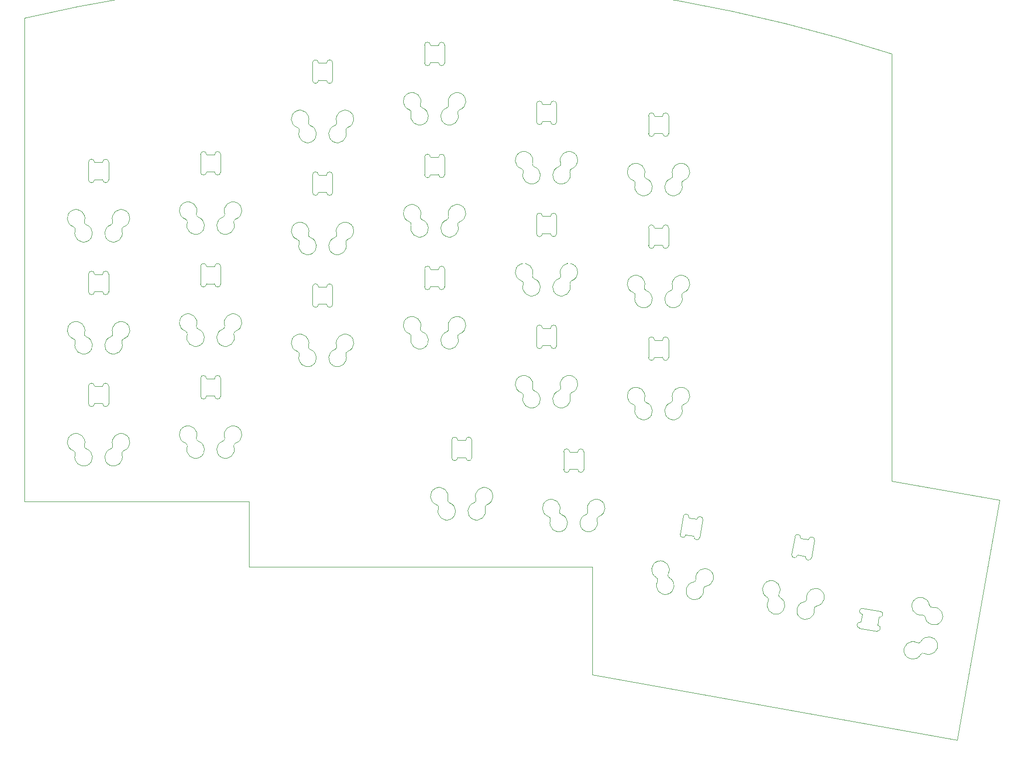
<source format=gbr>
%TF.GenerationSoftware,KiCad,Pcbnew,5.1.9*%
%TF.CreationDate,2021-05-13T19:18:31-05:00*%
%TF.ProjectId,nightwing,6e696768-7477-4696-9e67-2e6b69636164,rev?*%
%TF.SameCoordinates,Original*%
%TF.FileFunction,Profile,NP*%
%FSLAX46Y46*%
G04 Gerber Fmt 4.6, Leading zero omitted, Abs format (unit mm)*
G04 Created by KiCad (PCBNEW 5.1.9) date 2021-05-13 19:18:31*
%MOMM*%
%LPD*%
G01*
G04 APERTURE LIST*
%TA.AperFunction,Profile*%
%ADD10C,0.050000*%
%TD*%
%TA.AperFunction,Profile*%
%ADD11C,0.100000*%
%TD*%
G04 APERTURE END LIST*
D10*
X49750000Y-105000000D02*
X49750000Y-93950000D01*
D11*
X108000000Y-105000000D02*
X49750000Y-105000000D01*
X108000000Y-123270000D02*
X108000000Y-105000000D01*
D10*
X49750000Y-93950000D02*
X11660000Y-93950000D01*
X158790122Y-17985593D02*
X158790000Y-90450000D01*
X158790000Y-90450000D02*
X177070000Y-93680000D01*
X177070000Y-93680000D02*
X169900000Y-134360000D01*
X158790122Y-17985593D02*
G75*
G03*
X11660000Y-11930000I-84480762J-262186278D01*
G01*
X11660000Y-93950000D02*
X11660000Y-11930000D01*
X169900000Y-134360000D02*
X108000000Y-123270000D01*
D11*
%TO.C,SW24*%
X137648866Y-110162102D02*
G75*
G02*
X139672877Y-109559274I707950J1322290D01*
G01*
X137850274Y-110842519D02*
G75*
G03*
X137648867Y-110162102I-438894J240102D01*
G01*
X139875854Y-110240244D02*
G75*
G02*
X139672877Y-109559274I236038J441092D01*
G01*
X139875852Y-110240245D02*
G75*
G02*
X137850274Y-110842519I-709396J-1321512D01*
G01*
X146074057Y-111647689D02*
G75*
G03*
X144378288Y-110388965I-213006J1484678D01*
G01*
X143954648Y-110959445D02*
G75*
G03*
X144378288Y-110388965I-70942J495220D01*
G01*
X145652079Y-112218187D02*
G75*
G02*
X146074056Y-111647690I494545J75511D01*
G01*
X143954648Y-110959447D02*
G75*
G03*
X145652079Y-112218187I214631J-1484443D01*
G01*
%TO.C,SW23*%
X118848866Y-106812102D02*
G75*
G02*
X120872877Y-106209274I707950J1322290D01*
G01*
X119050274Y-107492519D02*
G75*
G03*
X118848867Y-106812102I-438894J240102D01*
G01*
X121075854Y-106890244D02*
G75*
G02*
X120872877Y-106209274I236038J441092D01*
G01*
X121075852Y-106890245D02*
G75*
G02*
X119050274Y-107492519I-709396J-1321512D01*
G01*
X127274057Y-108297689D02*
G75*
G03*
X125578288Y-107038965I-213006J1484678D01*
G01*
X125154648Y-107609445D02*
G75*
G03*
X125578288Y-107038965I-70942J495220D01*
G01*
X126852079Y-108868187D02*
G75*
G02*
X127274056Y-108297690I494545J75511D01*
G01*
X125154648Y-107609447D02*
G75*
G03*
X126852079Y-108868187I214631J-1484443D01*
G01*
%TO.C,SW22*%
X163682102Y-119901134D02*
G75*
G02*
X163079274Y-117877123I-1322290J707950D01*
G01*
X164362519Y-119699726D02*
G75*
G03*
X163682102Y-119901133I-240102J-438894D01*
G01*
X163760244Y-117674146D02*
G75*
G02*
X163079274Y-117877123I-441092J236038D01*
G01*
X163760245Y-117674148D02*
G75*
G02*
X164362519Y-119699726I1321512J-709396D01*
G01*
X165167689Y-111475943D02*
G75*
G03*
X163908965Y-113171712I-1484678J-213006D01*
G01*
X164479445Y-113595352D02*
G75*
G03*
X163908965Y-113171712I-495220J-70942D01*
G01*
X165738187Y-111897921D02*
G75*
G02*
X165167690Y-111475944I-75511J494545D01*
G01*
X164479447Y-113595352D02*
G75*
G03*
X165738187Y-111897921I1484443J214631D01*
G01*
%TO.C,SW21*%
X100559919Y-96465134D02*
G75*
G02*
X102448500Y-95520000I467581J1425134D01*
G01*
X100876420Y-97100241D02*
G75*
G03*
X100559919Y-96465135I-473920J160241D01*
G01*
X102766642Y-96155378D02*
G75*
G02*
X102448500Y-95520000I155858J475378D01*
G01*
X102766641Y-96155379D02*
G75*
G02*
X100876420Y-97100241I-469141J-1424621D01*
G01*
X109115081Y-96465134D02*
G75*
G03*
X107226500Y-95520000I-467581J1425134D01*
G01*
X106908358Y-96155378D02*
G75*
G03*
X107226500Y-95520000I-155858J475378D01*
G01*
X108798580Y-97100241D02*
G75*
G02*
X109115081Y-96465135I473920J160241D01*
G01*
X106908359Y-96155379D02*
G75*
G03*
X108798580Y-97100241I469141J-1424621D01*
G01*
%TO.C,SW20*%
X81559919Y-94465134D02*
G75*
G02*
X83448500Y-93520000I467581J1425134D01*
G01*
X81876420Y-95100241D02*
G75*
G03*
X81559919Y-94465135I-473920J160241D01*
G01*
X83766642Y-94155378D02*
G75*
G02*
X83448500Y-93520000I155858J475378D01*
G01*
X83766641Y-94155379D02*
G75*
G02*
X81876420Y-95100241I-469141J-1424621D01*
G01*
X90115081Y-94465134D02*
G75*
G03*
X88226500Y-93520000I-467581J1425134D01*
G01*
X87908358Y-94155378D02*
G75*
G03*
X88226500Y-93520000I-155858J475378D01*
G01*
X89798580Y-95100241D02*
G75*
G02*
X90115081Y-94465135I473920J160241D01*
G01*
X87908359Y-94155379D02*
G75*
G03*
X89798580Y-95100241I469141J-1424621D01*
G01*
%TO.C,SW18*%
X114947419Y-77456134D02*
G75*
G02*
X116836000Y-76511000I467581J1425134D01*
G01*
X115263920Y-78091241D02*
G75*
G03*
X114947419Y-77456135I-473920J160241D01*
G01*
X117154142Y-77146378D02*
G75*
G02*
X116836000Y-76511000I155858J475378D01*
G01*
X117154141Y-77146379D02*
G75*
G02*
X115263920Y-78091241I-469141J-1424621D01*
G01*
X123502581Y-77456134D02*
G75*
G03*
X121614000Y-76511000I-467581J1425134D01*
G01*
X121295858Y-77146378D02*
G75*
G03*
X121614000Y-76511000I-155858J475378D01*
G01*
X123186080Y-78091241D02*
G75*
G02*
X123502581Y-77456135I473920J160241D01*
G01*
X121295859Y-77146379D02*
G75*
G03*
X123186080Y-78091241I469141J-1424621D01*
G01*
%TO.C,SW17*%
X95947419Y-75456134D02*
G75*
G02*
X97836000Y-74511000I467581J1425134D01*
G01*
X96263920Y-76091241D02*
G75*
G03*
X95947419Y-75456135I-473920J160241D01*
G01*
X98154142Y-75146378D02*
G75*
G02*
X97836000Y-74511000I155858J475378D01*
G01*
X98154141Y-75146379D02*
G75*
G02*
X96263920Y-76091241I-469141J-1424621D01*
G01*
X104502581Y-75456134D02*
G75*
G03*
X102614000Y-74511000I-467581J1425134D01*
G01*
X102295858Y-75146378D02*
G75*
G03*
X102614000Y-74511000I-155858J475378D01*
G01*
X104186080Y-76091241D02*
G75*
G02*
X104502581Y-75456135I473920J160241D01*
G01*
X102295859Y-75146379D02*
G75*
G03*
X104186080Y-76091241I469141J-1424621D01*
G01*
%TO.C,SW16*%
X76947419Y-65456134D02*
G75*
G02*
X78836000Y-64511000I467581J1425134D01*
G01*
X77263920Y-66091241D02*
G75*
G03*
X76947419Y-65456135I-473920J160241D01*
G01*
X79154142Y-65146378D02*
G75*
G02*
X78836000Y-64511000I155858J475378D01*
G01*
X79154141Y-65146379D02*
G75*
G02*
X77263920Y-66091241I-469141J-1424621D01*
G01*
X85502581Y-65456134D02*
G75*
G03*
X83614000Y-64511000I-467581J1425134D01*
G01*
X83295858Y-65146378D02*
G75*
G03*
X83614000Y-64511000I-155858J475378D01*
G01*
X85186080Y-66091241D02*
G75*
G02*
X85502581Y-65456135I473920J160241D01*
G01*
X83295859Y-65146379D02*
G75*
G03*
X85186080Y-66091241I469141J-1424621D01*
G01*
%TO.C,SW15*%
X57947419Y-68456134D02*
G75*
G02*
X59836000Y-67511000I467581J1425134D01*
G01*
X58263920Y-69091241D02*
G75*
G03*
X57947419Y-68456135I-473920J160241D01*
G01*
X60154142Y-68146378D02*
G75*
G02*
X59836000Y-67511000I155858J475378D01*
G01*
X60154141Y-68146379D02*
G75*
G02*
X58263920Y-69091241I-469141J-1424621D01*
G01*
X66502581Y-68456134D02*
G75*
G03*
X64614000Y-67511000I-467581J1425134D01*
G01*
X64295858Y-68146378D02*
G75*
G03*
X64614000Y-67511000I-155858J475378D01*
G01*
X66186080Y-69091241D02*
G75*
G02*
X66502581Y-68456135I473920J160241D01*
G01*
X64295859Y-68146379D02*
G75*
G03*
X66186080Y-69091241I469141J-1424621D01*
G01*
%TO.C,SW14*%
X38947419Y-84006134D02*
G75*
G02*
X40836000Y-83061000I467581J1425134D01*
G01*
X39263920Y-84641241D02*
G75*
G03*
X38947419Y-84006135I-473920J160241D01*
G01*
X41154142Y-83696378D02*
G75*
G02*
X40836000Y-83061000I155858J475378D01*
G01*
X41154141Y-83696379D02*
G75*
G02*
X39263920Y-84641241I-469141J-1424621D01*
G01*
X47502581Y-84006134D02*
G75*
G03*
X45614000Y-83061000I-467581J1425134D01*
G01*
X45295858Y-83696378D02*
G75*
G03*
X45614000Y-83061000I-155858J475378D01*
G01*
X47186080Y-84641241D02*
G75*
G02*
X47502581Y-84006135I473920J160241D01*
G01*
X45295859Y-83696379D02*
G75*
G03*
X47186080Y-84641241I469141J-1424621D01*
G01*
%TO.C,SW13*%
X19947419Y-85306134D02*
G75*
G02*
X21836000Y-84361000I467581J1425134D01*
G01*
X20263920Y-85941241D02*
G75*
G03*
X19947419Y-85306135I-473920J160241D01*
G01*
X22154142Y-84996378D02*
G75*
G02*
X21836000Y-84361000I155858J475378D01*
G01*
X22154141Y-84996379D02*
G75*
G02*
X20263920Y-85941241I-469141J-1424621D01*
G01*
X28502581Y-85306134D02*
G75*
G03*
X26614000Y-84361000I-467581J1425134D01*
G01*
X26295858Y-84996378D02*
G75*
G03*
X26614000Y-84361000I-155858J475378D01*
G01*
X28186080Y-85941241D02*
G75*
G02*
X28502581Y-85306135I473920J160241D01*
G01*
X26295859Y-84996379D02*
G75*
G03*
X28186080Y-85941241I469141J-1424621D01*
G01*
%TO.C,SW12*%
X114947419Y-58456134D02*
G75*
G02*
X116836000Y-57511000I467581J1425134D01*
G01*
X115263920Y-59091241D02*
G75*
G03*
X114947419Y-58456135I-473920J160241D01*
G01*
X117154142Y-58146378D02*
G75*
G02*
X116836000Y-57511000I155858J475378D01*
G01*
X117154141Y-58146379D02*
G75*
G02*
X115263920Y-59091241I-469141J-1424621D01*
G01*
X123502581Y-58456134D02*
G75*
G03*
X121614000Y-57511000I-467581J1425134D01*
G01*
X121295858Y-58146378D02*
G75*
G03*
X121614000Y-57511000I-155858J475378D01*
G01*
X123186080Y-59091241D02*
G75*
G02*
X123502581Y-58456135I473920J160241D01*
G01*
X121295859Y-58146379D02*
G75*
G03*
X123186080Y-59091241I469141J-1424621D01*
G01*
%TO.C,SW11*%
X95947419Y-56456134D02*
G75*
G02*
X97836000Y-55511000I467581J1425134D01*
G01*
X96263920Y-57091241D02*
G75*
G03*
X95947419Y-56456135I-473920J160241D01*
G01*
X98154142Y-56146378D02*
G75*
G02*
X97836000Y-55511000I155858J475378D01*
G01*
X98154141Y-56146379D02*
G75*
G02*
X96263920Y-57091241I-469141J-1424621D01*
G01*
X104502581Y-56456134D02*
G75*
G03*
X102614000Y-55511000I-467581J1425134D01*
G01*
X102295858Y-56146378D02*
G75*
G03*
X102614000Y-55511000I-155858J475378D01*
G01*
X104186080Y-57091241D02*
G75*
G02*
X104502581Y-56456135I473920J160241D01*
G01*
X102295859Y-56146379D02*
G75*
G03*
X104186080Y-57091241I469141J-1424621D01*
G01*
%TO.C,SW10*%
X76947419Y-46456134D02*
G75*
G02*
X78836000Y-45511000I467581J1425134D01*
G01*
X77263920Y-47091241D02*
G75*
G03*
X76947419Y-46456135I-473920J160241D01*
G01*
X79154142Y-46146378D02*
G75*
G02*
X78836000Y-45511000I155858J475378D01*
G01*
X79154141Y-46146379D02*
G75*
G02*
X77263920Y-47091241I-469141J-1424621D01*
G01*
X85502581Y-46456134D02*
G75*
G03*
X83614000Y-45511000I-467581J1425134D01*
G01*
X83295858Y-46146378D02*
G75*
G03*
X83614000Y-45511000I-155858J475378D01*
G01*
X85186080Y-47091241D02*
G75*
G02*
X85502581Y-46456135I473920J160241D01*
G01*
X83295859Y-46146379D02*
G75*
G03*
X85186080Y-47091241I469141J-1424621D01*
G01*
%TO.C,SW9*%
X57947419Y-49456134D02*
G75*
G02*
X59836000Y-48511000I467581J1425134D01*
G01*
X58263920Y-50091241D02*
G75*
G03*
X57947419Y-49456135I-473920J160241D01*
G01*
X60154142Y-49146378D02*
G75*
G02*
X59836000Y-48511000I155858J475378D01*
G01*
X60154141Y-49146379D02*
G75*
G02*
X58263920Y-50091241I-469141J-1424621D01*
G01*
X66502581Y-49456134D02*
G75*
G03*
X64614000Y-48511000I-467581J1425134D01*
G01*
X64295858Y-49146378D02*
G75*
G03*
X64614000Y-48511000I-155858J475378D01*
G01*
X66186080Y-50091241D02*
G75*
G02*
X66502581Y-49456135I473920J160241D01*
G01*
X64295859Y-49146379D02*
G75*
G03*
X66186080Y-50091241I469141J-1424621D01*
G01*
%TO.C,SW8*%
X38947419Y-65006134D02*
G75*
G02*
X40836000Y-64061000I467581J1425134D01*
G01*
X39263920Y-65641241D02*
G75*
G03*
X38947419Y-65006135I-473920J160241D01*
G01*
X41154142Y-64696378D02*
G75*
G02*
X40836000Y-64061000I155858J475378D01*
G01*
X41154141Y-64696379D02*
G75*
G02*
X39263920Y-65641241I-469141J-1424621D01*
G01*
X47502581Y-65006134D02*
G75*
G03*
X45614000Y-64061000I-467581J1425134D01*
G01*
X45295858Y-64696378D02*
G75*
G03*
X45614000Y-64061000I-155858J475378D01*
G01*
X47186080Y-65641241D02*
G75*
G02*
X47502581Y-65006135I473920J160241D01*
G01*
X45295859Y-64696379D02*
G75*
G03*
X47186080Y-65641241I469141J-1424621D01*
G01*
%TO.C,SW7*%
X19947419Y-66306134D02*
G75*
G02*
X21836000Y-65361000I467581J1425134D01*
G01*
X20263920Y-66941241D02*
G75*
G03*
X19947419Y-66306135I-473920J160241D01*
G01*
X22154142Y-65996378D02*
G75*
G02*
X21836000Y-65361000I155858J475378D01*
G01*
X22154141Y-65996379D02*
G75*
G02*
X20263920Y-66941241I-469141J-1424621D01*
G01*
X28502581Y-66306134D02*
G75*
G03*
X26614000Y-65361000I-467581J1425134D01*
G01*
X26295858Y-65996378D02*
G75*
G03*
X26614000Y-65361000I-155858J475378D01*
G01*
X28186080Y-66941241D02*
G75*
G02*
X28502581Y-66306135I473920J160241D01*
G01*
X26295859Y-65996379D02*
G75*
G03*
X28186080Y-66941241I469141J-1424621D01*
G01*
%TO.C,SW6*%
X114947419Y-39456134D02*
G75*
G02*
X116836000Y-38511000I467581J1425134D01*
G01*
X115263920Y-40091241D02*
G75*
G03*
X114947419Y-39456135I-473920J160241D01*
G01*
X117154142Y-39146378D02*
G75*
G02*
X116836000Y-38511000I155858J475378D01*
G01*
X117154141Y-39146379D02*
G75*
G02*
X115263920Y-40091241I-469141J-1424621D01*
G01*
X123502581Y-39456134D02*
G75*
G03*
X121614000Y-38511000I-467581J1425134D01*
G01*
X121295858Y-39146378D02*
G75*
G03*
X121614000Y-38511000I-155858J475378D01*
G01*
X123186080Y-40091241D02*
G75*
G02*
X123502581Y-39456135I473920J160241D01*
G01*
X121295859Y-39146379D02*
G75*
G03*
X123186080Y-40091241I469141J-1424621D01*
G01*
%TO.C,SW5*%
X95947419Y-37456134D02*
G75*
G02*
X97836000Y-36511000I467581J1425134D01*
G01*
X96263920Y-38091241D02*
G75*
G03*
X95947419Y-37456135I-473920J160241D01*
G01*
X98154142Y-37146378D02*
G75*
G02*
X97836000Y-36511000I155858J475378D01*
G01*
X98154141Y-37146379D02*
G75*
G02*
X96263920Y-38091241I-469141J-1424621D01*
G01*
X104502581Y-37456134D02*
G75*
G03*
X102614000Y-36511000I-467581J1425134D01*
G01*
X102295858Y-37146378D02*
G75*
G03*
X102614000Y-36511000I-155858J475378D01*
G01*
X104186080Y-38091241D02*
G75*
G02*
X104502581Y-37456135I473920J160241D01*
G01*
X102295859Y-37146379D02*
G75*
G03*
X104186080Y-38091241I469141J-1424621D01*
G01*
%TO.C,SW4*%
X76947419Y-27456134D02*
G75*
G02*
X78836000Y-26511000I467581J1425134D01*
G01*
X77263920Y-28091241D02*
G75*
G03*
X76947419Y-27456135I-473920J160241D01*
G01*
X79154142Y-27146378D02*
G75*
G02*
X78836000Y-26511000I155858J475378D01*
G01*
X79154141Y-27146379D02*
G75*
G02*
X77263920Y-28091241I-469141J-1424621D01*
G01*
X85502581Y-27456134D02*
G75*
G03*
X83614000Y-26511000I-467581J1425134D01*
G01*
X83295858Y-27146378D02*
G75*
G03*
X83614000Y-26511000I-155858J475378D01*
G01*
X85186080Y-28091241D02*
G75*
G02*
X85502581Y-27456135I473920J160241D01*
G01*
X83295859Y-27146379D02*
G75*
G03*
X85186080Y-28091241I469141J-1424621D01*
G01*
%TO.C,SW3*%
X57947419Y-30456134D02*
G75*
G02*
X59836000Y-29511000I467581J1425134D01*
G01*
X58263920Y-31091241D02*
G75*
G03*
X57947419Y-30456135I-473920J160241D01*
G01*
X60154142Y-30146378D02*
G75*
G02*
X59836000Y-29511000I155858J475378D01*
G01*
X60154141Y-30146379D02*
G75*
G02*
X58263920Y-31091241I-469141J-1424621D01*
G01*
X66502581Y-30456134D02*
G75*
G03*
X64614000Y-29511000I-467581J1425134D01*
G01*
X64295858Y-30146378D02*
G75*
G03*
X64614000Y-29511000I-155858J475378D01*
G01*
X66186080Y-31091241D02*
G75*
G02*
X66502581Y-30456135I473920J160241D01*
G01*
X64295859Y-30146379D02*
G75*
G03*
X66186080Y-31091241I469141J-1424621D01*
G01*
%TO.C,SW2*%
X38947419Y-46006134D02*
G75*
G02*
X40836000Y-45061000I467581J1425134D01*
G01*
X39263920Y-46641241D02*
G75*
G03*
X38947419Y-46006135I-473920J160241D01*
G01*
X41154142Y-45696378D02*
G75*
G02*
X40836000Y-45061000I155858J475378D01*
G01*
X41154141Y-45696379D02*
G75*
G02*
X39263920Y-46641241I-469141J-1424621D01*
G01*
X47502581Y-46006134D02*
G75*
G03*
X45614000Y-45061000I-467581J1425134D01*
G01*
X45295858Y-45696378D02*
G75*
G03*
X45614000Y-45061000I-155858J475378D01*
G01*
X47186080Y-46641241D02*
G75*
G02*
X47502581Y-46006135I473920J160241D01*
G01*
X45295859Y-45696379D02*
G75*
G03*
X47186080Y-46641241I469141J-1424621D01*
G01*
%TO.C,SW1*%
X19947419Y-47306134D02*
G75*
G02*
X21836000Y-46361000I467581J1425134D01*
G01*
X20263920Y-47941241D02*
G75*
G03*
X19947419Y-47306135I-473920J160241D01*
G01*
X22154142Y-46996378D02*
G75*
G02*
X21836000Y-46361000I155858J475378D01*
G01*
X22154141Y-46996379D02*
G75*
G02*
X20263920Y-47941241I-469141J-1424621D01*
G01*
X28502581Y-47306134D02*
G75*
G03*
X26614000Y-46361000I-467581J1425134D01*
G01*
X26295858Y-46996378D02*
G75*
G03*
X26614000Y-46361000I-155858J475378D01*
G01*
X28186080Y-47941241D02*
G75*
G02*
X28502581Y-47306135I473920J160241D01*
G01*
X26295859Y-46996379D02*
G75*
G03*
X28186080Y-47941241I469141J-1424621D01*
G01*
%TO.C,L31*%
X156272010Y-115914645D02*
X153317586Y-115393701D01*
X153907990Y-112045355D02*
X156862414Y-112566299D01*
X156630843Y-113591665D02*
X156405100Y-114871915D01*
X153774900Y-113088085D02*
X153549157Y-114368335D01*
X153491235Y-114408893D02*
G75*
G03*
X153549157Y-114368335I8682J49240D01*
G01*
X153774901Y-113088085D02*
G75*
G03*
X153734342Y-113030162I-49241J8682D01*
G01*
X156405099Y-114871915D02*
G75*
G03*
X156445658Y-114929838I49241J-8682D01*
G01*
X156688765Y-113551107D02*
G75*
G03*
X156630843Y-113591665I-8682J-49240D01*
G01*
X153907990Y-112045354D02*
G75*
G03*
X153734342Y-113030162I-86824J-492404D01*
G01*
X153491236Y-114408893D02*
G75*
G03*
X153317586Y-115393701I-86825J-492404D01*
G01*
X156272010Y-115914646D02*
G75*
G03*
X156445658Y-114929838I86824J492404D01*
G01*
X156688764Y-113551107D02*
G75*
G03*
X156862414Y-112566299I86825J492404D01*
G01*
%TO.C,L30*%
X145684645Y-100517990D02*
X145163701Y-103472414D01*
X141815355Y-102882010D02*
X142336299Y-99927586D01*
X143361665Y-100159157D02*
X144641915Y-100384900D01*
X142858085Y-103015100D02*
X144138335Y-103240843D01*
X144178893Y-103298765D02*
G75*
G03*
X144138335Y-103240843I-49240J8682D01*
G01*
X142858085Y-103015099D02*
G75*
G03*
X142800162Y-103055658I-8682J-49241D01*
G01*
X144641915Y-100384901D02*
G75*
G03*
X144699838Y-100344342I8682J49241D01*
G01*
X143321107Y-100101235D02*
G75*
G03*
X143361665Y-100159157I49240J-8682D01*
G01*
X141815354Y-102882010D02*
G75*
G03*
X142800162Y-103055658I492404J-86824D01*
G01*
X144178893Y-103298764D02*
G75*
G03*
X145163701Y-103472414I492404J-86825D01*
G01*
X145684646Y-100517990D02*
G75*
G03*
X144699838Y-100344342I-492404J86824D01*
G01*
X143321107Y-100101236D02*
G75*
G03*
X142336299Y-99927586I-492404J86825D01*
G01*
%TO.C,L29*%
X126743149Y-97063793D02*
X126222205Y-100018217D01*
X122873859Y-99427813D02*
X123394803Y-96473389D01*
X124420169Y-96704960D02*
X125700419Y-96930703D01*
X123916589Y-99560903D02*
X125196839Y-99786646D01*
X125237397Y-99844568D02*
G75*
G03*
X125196839Y-99786646I-49240J8682D01*
G01*
X123916589Y-99560902D02*
G75*
G03*
X123858666Y-99601461I-8682J-49241D01*
G01*
X125700419Y-96930704D02*
G75*
G03*
X125758342Y-96890145I8682J49241D01*
G01*
X124379611Y-96647038D02*
G75*
G03*
X124420169Y-96704960I49240J-8682D01*
G01*
X122873858Y-99427813D02*
G75*
G03*
X123858666Y-99601461I492404J-86824D01*
G01*
X125237397Y-99844567D02*
G75*
G03*
X126222205Y-100018217I492404J-86825D01*
G01*
X126743150Y-97063793D02*
G75*
G03*
X125758342Y-96890145I-492404J86824D01*
G01*
X124379611Y-96647039D02*
G75*
G03*
X123394803Y-96473389I-492404J86825D01*
G01*
%TO.C,L28*%
X106537500Y-85500000D02*
X106537500Y-88500000D01*
X103137500Y-88500000D02*
X103137500Y-85500000D01*
X104187500Y-85550000D02*
X105487500Y-85550000D01*
X104187500Y-88450000D02*
X105487500Y-88450000D01*
X105537500Y-88500000D02*
G75*
G03*
X105487500Y-88450000I-50000J0D01*
G01*
X104187500Y-88450000D02*
G75*
G03*
X104137500Y-88500000I0J-50000D01*
G01*
X105487500Y-85550000D02*
G75*
G03*
X105537500Y-85500000I0J50000D01*
G01*
X104137500Y-85500000D02*
G75*
G03*
X104187500Y-85550000I50000J0D01*
G01*
X103137500Y-88500000D02*
G75*
G03*
X104137500Y-88500000I500000J0D01*
G01*
X105537500Y-88500000D02*
G75*
G03*
X106537500Y-88500000I500000J0D01*
G01*
X106537500Y-85500000D02*
G75*
G03*
X105537500Y-85500000I-500000J0D01*
G01*
X104137500Y-85500000D02*
G75*
G03*
X103137500Y-85500000I-500000J0D01*
G01*
%TO.C,L27*%
X87537500Y-83500000D02*
X87537500Y-86500000D01*
X84137500Y-86500000D02*
X84137500Y-83500000D01*
X85187500Y-83550000D02*
X86487500Y-83550000D01*
X85187500Y-86450000D02*
X86487500Y-86450000D01*
X86537500Y-86500000D02*
G75*
G03*
X86487500Y-86450000I-50000J0D01*
G01*
X85187500Y-86450000D02*
G75*
G03*
X85137500Y-86500000I0J-50000D01*
G01*
X86487500Y-83550000D02*
G75*
G03*
X86537500Y-83500000I0J50000D01*
G01*
X85137500Y-83500000D02*
G75*
G03*
X85187500Y-83550000I50000J0D01*
G01*
X84137500Y-86500000D02*
G75*
G03*
X85137500Y-86500000I500000J0D01*
G01*
X86537500Y-86500000D02*
G75*
G03*
X87537500Y-86500000I500000J0D01*
G01*
X87537500Y-83500000D02*
G75*
G03*
X86537500Y-83500000I-500000J0D01*
G01*
X85137500Y-83500000D02*
G75*
G03*
X84137500Y-83500000I-500000J0D01*
G01*
%TO.C,L26*%
X120925000Y-66491000D02*
X120925000Y-69491000D01*
X117525000Y-69491000D02*
X117525000Y-66491000D01*
X118575000Y-66541000D02*
X119875000Y-66541000D01*
X118575000Y-69441000D02*
X119875000Y-69441000D01*
X119925000Y-69491000D02*
G75*
G03*
X119875000Y-69441000I-50000J0D01*
G01*
X118575000Y-69441000D02*
G75*
G03*
X118525000Y-69491000I0J-50000D01*
G01*
X119875000Y-66541000D02*
G75*
G03*
X119925000Y-66491000I0J50000D01*
G01*
X118525000Y-66491000D02*
G75*
G03*
X118575000Y-66541000I50000J0D01*
G01*
X117525000Y-69491000D02*
G75*
G03*
X118525000Y-69491000I500000J0D01*
G01*
X119925000Y-69491000D02*
G75*
G03*
X120925000Y-69491000I500000J0D01*
G01*
X120925000Y-66491000D02*
G75*
G03*
X119925000Y-66491000I-500000J0D01*
G01*
X118525000Y-66491000D02*
G75*
G03*
X117525000Y-66491000I-500000J0D01*
G01*
%TO.C,L25*%
X101925000Y-64491000D02*
X101925000Y-67491000D01*
X98525000Y-67491000D02*
X98525000Y-64491000D01*
X99575000Y-64541000D02*
X100875000Y-64541000D01*
X99575000Y-67441000D02*
X100875000Y-67441000D01*
X100925000Y-67491000D02*
G75*
G03*
X100875000Y-67441000I-50000J0D01*
G01*
X99575000Y-67441000D02*
G75*
G03*
X99525000Y-67491000I0J-50000D01*
G01*
X100875000Y-64541000D02*
G75*
G03*
X100925000Y-64491000I0J50000D01*
G01*
X99525000Y-64491000D02*
G75*
G03*
X99575000Y-64541000I50000J0D01*
G01*
X98525000Y-67491000D02*
G75*
G03*
X99525000Y-67491000I500000J0D01*
G01*
X100925000Y-67491000D02*
G75*
G03*
X101925000Y-67491000I500000J0D01*
G01*
X101925000Y-64491000D02*
G75*
G03*
X100925000Y-64491000I-500000J0D01*
G01*
X99525000Y-64491000D02*
G75*
G03*
X98525000Y-64491000I-500000J0D01*
G01*
%TO.C,L24*%
X82925000Y-54491000D02*
X82925000Y-57491000D01*
X79525000Y-57491000D02*
X79525000Y-54491000D01*
X80575000Y-54541000D02*
X81875000Y-54541000D01*
X80575000Y-57441000D02*
X81875000Y-57441000D01*
X81925000Y-57491000D02*
G75*
G03*
X81875000Y-57441000I-50000J0D01*
G01*
X80575000Y-57441000D02*
G75*
G03*
X80525000Y-57491000I0J-50000D01*
G01*
X81875000Y-54541000D02*
G75*
G03*
X81925000Y-54491000I0J50000D01*
G01*
X80525000Y-54491000D02*
G75*
G03*
X80575000Y-54541000I50000J0D01*
G01*
X79525000Y-57491000D02*
G75*
G03*
X80525000Y-57491000I500000J0D01*
G01*
X81925000Y-57491000D02*
G75*
G03*
X82925000Y-57491000I500000J0D01*
G01*
X82925000Y-54491000D02*
G75*
G03*
X81925000Y-54491000I-500000J0D01*
G01*
X80525000Y-54491000D02*
G75*
G03*
X79525000Y-54491000I-500000J0D01*
G01*
%TO.C,L23*%
X63925000Y-57491000D02*
X63925000Y-60491000D01*
X60525000Y-60491000D02*
X60525000Y-57491000D01*
X61575000Y-57541000D02*
X62875000Y-57541000D01*
X61575000Y-60441000D02*
X62875000Y-60441000D01*
X62925000Y-60491000D02*
G75*
G03*
X62875000Y-60441000I-50000J0D01*
G01*
X61575000Y-60441000D02*
G75*
G03*
X61525000Y-60491000I0J-50000D01*
G01*
X62875000Y-57541000D02*
G75*
G03*
X62925000Y-57491000I0J50000D01*
G01*
X61525000Y-57491000D02*
G75*
G03*
X61575000Y-57541000I50000J0D01*
G01*
X60525000Y-60491000D02*
G75*
G03*
X61525000Y-60491000I500000J0D01*
G01*
X62925000Y-60491000D02*
G75*
G03*
X63925000Y-60491000I500000J0D01*
G01*
X63925000Y-57491000D02*
G75*
G03*
X62925000Y-57491000I-500000J0D01*
G01*
X61525000Y-57491000D02*
G75*
G03*
X60525000Y-57491000I-500000J0D01*
G01*
%TO.C,L22*%
X44925000Y-73041000D02*
X44925000Y-76041000D01*
X41525000Y-76041000D02*
X41525000Y-73041000D01*
X42575000Y-73091000D02*
X43875000Y-73091000D01*
X42575000Y-75991000D02*
X43875000Y-75991000D01*
X43925000Y-76041000D02*
G75*
G03*
X43875000Y-75991000I-50000J0D01*
G01*
X42575000Y-75991000D02*
G75*
G03*
X42525000Y-76041000I0J-50000D01*
G01*
X43875000Y-73091000D02*
G75*
G03*
X43925000Y-73041000I0J50000D01*
G01*
X42525000Y-73041000D02*
G75*
G03*
X42575000Y-73091000I50000J0D01*
G01*
X41525000Y-76041000D02*
G75*
G03*
X42525000Y-76041000I500000J0D01*
G01*
X43925000Y-76041000D02*
G75*
G03*
X44925000Y-76041000I500000J0D01*
G01*
X44925000Y-73041000D02*
G75*
G03*
X43925000Y-73041000I-500000J0D01*
G01*
X42525000Y-73041000D02*
G75*
G03*
X41525000Y-73041000I-500000J0D01*
G01*
%TO.C,L21*%
X25925000Y-74341000D02*
X25925000Y-77341000D01*
X22525000Y-77341000D02*
X22525000Y-74341000D01*
X23575000Y-74391000D02*
X24875000Y-74391000D01*
X23575000Y-77291000D02*
X24875000Y-77291000D01*
X24925000Y-77341000D02*
G75*
G03*
X24875000Y-77291000I-50000J0D01*
G01*
X23575000Y-77291000D02*
G75*
G03*
X23525000Y-77341000I0J-50000D01*
G01*
X24875000Y-74391000D02*
G75*
G03*
X24925000Y-74341000I0J50000D01*
G01*
X23525000Y-74341000D02*
G75*
G03*
X23575000Y-74391000I50000J0D01*
G01*
X22525000Y-77341000D02*
G75*
G03*
X23525000Y-77341000I500000J0D01*
G01*
X24925000Y-77341000D02*
G75*
G03*
X25925000Y-77341000I500000J0D01*
G01*
X25925000Y-74341000D02*
G75*
G03*
X24925000Y-74341000I-500000J0D01*
G01*
X23525000Y-74341000D02*
G75*
G03*
X22525000Y-74341000I-500000J0D01*
G01*
%TO.C,L20*%
X22525000Y-58341000D02*
X22525000Y-55341000D01*
X25925000Y-55341000D02*
X25925000Y-58341000D01*
X24875000Y-58291000D02*
X23575000Y-58291000D01*
X24875000Y-55391000D02*
X23575000Y-55391000D01*
X23525000Y-55341000D02*
G75*
G03*
X23575000Y-55391000I50000J0D01*
G01*
X24875000Y-55391000D02*
G75*
G03*
X24925000Y-55341000I0J50000D01*
G01*
X23575000Y-58291000D02*
G75*
G03*
X23525000Y-58341000I0J-50000D01*
G01*
X24925000Y-58341000D02*
G75*
G03*
X24875000Y-58291000I-50000J0D01*
G01*
X25925000Y-55341000D02*
G75*
G03*
X24925000Y-55341000I-500000J0D01*
G01*
X23525000Y-55341000D02*
G75*
G03*
X22525000Y-55341000I-500000J0D01*
G01*
X22525000Y-58341000D02*
G75*
G03*
X23525000Y-58341000I500000J0D01*
G01*
X24925000Y-58341000D02*
G75*
G03*
X25925000Y-58341000I500000J0D01*
G01*
%TO.C,L19*%
X41525000Y-57041000D02*
X41525000Y-54041000D01*
X44925000Y-54041000D02*
X44925000Y-57041000D01*
X43875000Y-56991000D02*
X42575000Y-56991000D01*
X43875000Y-54091000D02*
X42575000Y-54091000D01*
X42525000Y-54041000D02*
G75*
G03*
X42575000Y-54091000I50000J0D01*
G01*
X43875000Y-54091000D02*
G75*
G03*
X43925000Y-54041000I0J50000D01*
G01*
X42575000Y-56991000D02*
G75*
G03*
X42525000Y-57041000I0J-50000D01*
G01*
X43925000Y-57041000D02*
G75*
G03*
X43875000Y-56991000I-50000J0D01*
G01*
X44925000Y-54041000D02*
G75*
G03*
X43925000Y-54041000I-500000J0D01*
G01*
X42525000Y-54041000D02*
G75*
G03*
X41525000Y-54041000I-500000J0D01*
G01*
X41525000Y-57041000D02*
G75*
G03*
X42525000Y-57041000I500000J0D01*
G01*
X43925000Y-57041000D02*
G75*
G03*
X44925000Y-57041000I500000J0D01*
G01*
%TO.C,L18*%
X60525000Y-41491000D02*
X60525000Y-38491000D01*
X63925000Y-38491000D02*
X63925000Y-41491000D01*
X62875000Y-41441000D02*
X61575000Y-41441000D01*
X62875000Y-38541000D02*
X61575000Y-38541000D01*
X61525000Y-38491000D02*
G75*
G03*
X61575000Y-38541000I50000J0D01*
G01*
X62875000Y-38541000D02*
G75*
G03*
X62925000Y-38491000I0J50000D01*
G01*
X61575000Y-41441000D02*
G75*
G03*
X61525000Y-41491000I0J-50000D01*
G01*
X62925000Y-41491000D02*
G75*
G03*
X62875000Y-41441000I-50000J0D01*
G01*
X63925000Y-38491000D02*
G75*
G03*
X62925000Y-38491000I-500000J0D01*
G01*
X61525000Y-38491000D02*
G75*
G03*
X60525000Y-38491000I-500000J0D01*
G01*
X60525000Y-41491000D02*
G75*
G03*
X61525000Y-41491000I500000J0D01*
G01*
X62925000Y-41491000D02*
G75*
G03*
X63925000Y-41491000I500000J0D01*
G01*
%TO.C,L17*%
X79525000Y-38491000D02*
X79525000Y-35491000D01*
X82925000Y-35491000D02*
X82925000Y-38491000D01*
X81875000Y-38441000D02*
X80575000Y-38441000D01*
X81875000Y-35541000D02*
X80575000Y-35541000D01*
X80525000Y-35491000D02*
G75*
G03*
X80575000Y-35541000I50000J0D01*
G01*
X81875000Y-35541000D02*
G75*
G03*
X81925000Y-35491000I0J50000D01*
G01*
X80575000Y-38441000D02*
G75*
G03*
X80525000Y-38491000I0J-50000D01*
G01*
X81925000Y-38491000D02*
G75*
G03*
X81875000Y-38441000I-50000J0D01*
G01*
X82925000Y-35491000D02*
G75*
G03*
X81925000Y-35491000I-500000J0D01*
G01*
X80525000Y-35491000D02*
G75*
G03*
X79525000Y-35491000I-500000J0D01*
G01*
X79525000Y-38491000D02*
G75*
G03*
X80525000Y-38491000I500000J0D01*
G01*
X81925000Y-38491000D02*
G75*
G03*
X82925000Y-38491000I500000J0D01*
G01*
%TO.C,L16*%
X98525000Y-48491000D02*
X98525000Y-45491000D01*
X101925000Y-45491000D02*
X101925000Y-48491000D01*
X100875000Y-48441000D02*
X99575000Y-48441000D01*
X100875000Y-45541000D02*
X99575000Y-45541000D01*
X99525000Y-45491000D02*
G75*
G03*
X99575000Y-45541000I50000J0D01*
G01*
X100875000Y-45541000D02*
G75*
G03*
X100925000Y-45491000I0J50000D01*
G01*
X99575000Y-48441000D02*
G75*
G03*
X99525000Y-48491000I0J-50000D01*
G01*
X100925000Y-48491000D02*
G75*
G03*
X100875000Y-48441000I-50000J0D01*
G01*
X101925000Y-45491000D02*
G75*
G03*
X100925000Y-45491000I-500000J0D01*
G01*
X99525000Y-45491000D02*
G75*
G03*
X98525000Y-45491000I-500000J0D01*
G01*
X98525000Y-48491000D02*
G75*
G03*
X99525000Y-48491000I500000J0D01*
G01*
X100925000Y-48491000D02*
G75*
G03*
X101925000Y-48491000I500000J0D01*
G01*
%TO.C,L15*%
X117525000Y-50491000D02*
X117525000Y-47491000D01*
X120925000Y-47491000D02*
X120925000Y-50491000D01*
X119875000Y-50441000D02*
X118575000Y-50441000D01*
X119875000Y-47541000D02*
X118575000Y-47541000D01*
X118525000Y-47491000D02*
G75*
G03*
X118575000Y-47541000I50000J0D01*
G01*
X119875000Y-47541000D02*
G75*
G03*
X119925000Y-47491000I0J50000D01*
G01*
X118575000Y-50441000D02*
G75*
G03*
X118525000Y-50491000I0J-50000D01*
G01*
X119925000Y-50491000D02*
G75*
G03*
X119875000Y-50441000I-50000J0D01*
G01*
X120925000Y-47491000D02*
G75*
G03*
X119925000Y-47491000I-500000J0D01*
G01*
X118525000Y-47491000D02*
G75*
G03*
X117525000Y-47491000I-500000J0D01*
G01*
X117525000Y-50491000D02*
G75*
G03*
X118525000Y-50491000I500000J0D01*
G01*
X119925000Y-50491000D02*
G75*
G03*
X120925000Y-50491000I500000J0D01*
G01*
%TO.C,L14*%
X120925000Y-28491000D02*
X120925000Y-31491000D01*
X117525000Y-31491000D02*
X117525000Y-28491000D01*
X118575000Y-28541000D02*
X119875000Y-28541000D01*
X118575000Y-31441000D02*
X119875000Y-31441000D01*
X119925000Y-31491000D02*
G75*
G03*
X119875000Y-31441000I-50000J0D01*
G01*
X118575000Y-31441000D02*
G75*
G03*
X118525000Y-31491000I0J-50000D01*
G01*
X119875000Y-28541000D02*
G75*
G03*
X119925000Y-28491000I0J50000D01*
G01*
X118525000Y-28491000D02*
G75*
G03*
X118575000Y-28541000I50000J0D01*
G01*
X117525000Y-31491000D02*
G75*
G03*
X118525000Y-31491000I500000J0D01*
G01*
X119925000Y-31491000D02*
G75*
G03*
X120925000Y-31491000I500000J0D01*
G01*
X120925000Y-28491000D02*
G75*
G03*
X119925000Y-28491000I-500000J0D01*
G01*
X118525000Y-28491000D02*
G75*
G03*
X117525000Y-28491000I-500000J0D01*
G01*
%TO.C,L13*%
X101925000Y-26491000D02*
X101925000Y-29491000D01*
X98525000Y-29491000D02*
X98525000Y-26491000D01*
X99575000Y-26541000D02*
X100875000Y-26541000D01*
X99575000Y-29441000D02*
X100875000Y-29441000D01*
X100925000Y-29491000D02*
G75*
G03*
X100875000Y-29441000I-50000J0D01*
G01*
X99575000Y-29441000D02*
G75*
G03*
X99525000Y-29491000I0J-50000D01*
G01*
X100875000Y-26541000D02*
G75*
G03*
X100925000Y-26491000I0J50000D01*
G01*
X99525000Y-26491000D02*
G75*
G03*
X99575000Y-26541000I50000J0D01*
G01*
X98525000Y-29491000D02*
G75*
G03*
X99525000Y-29491000I500000J0D01*
G01*
X100925000Y-29491000D02*
G75*
G03*
X101925000Y-29491000I500000J0D01*
G01*
X101925000Y-26491000D02*
G75*
G03*
X100925000Y-26491000I-500000J0D01*
G01*
X99525000Y-26491000D02*
G75*
G03*
X98525000Y-26491000I-500000J0D01*
G01*
%TO.C,L12*%
X82925000Y-16491000D02*
X82925000Y-19491000D01*
X79525000Y-19491000D02*
X79525000Y-16491000D01*
X80575000Y-16541000D02*
X81875000Y-16541000D01*
X80575000Y-19441000D02*
X81875000Y-19441000D01*
X81925000Y-19491000D02*
G75*
G03*
X81875000Y-19441000I-50000J0D01*
G01*
X80575000Y-19441000D02*
G75*
G03*
X80525000Y-19491000I0J-50000D01*
G01*
X81875000Y-16541000D02*
G75*
G03*
X81925000Y-16491000I0J50000D01*
G01*
X80525000Y-16491000D02*
G75*
G03*
X80575000Y-16541000I50000J0D01*
G01*
X79525000Y-19491000D02*
G75*
G03*
X80525000Y-19491000I500000J0D01*
G01*
X81925000Y-19491000D02*
G75*
G03*
X82925000Y-19491000I500000J0D01*
G01*
X82925000Y-16491000D02*
G75*
G03*
X81925000Y-16491000I-500000J0D01*
G01*
X80525000Y-16491000D02*
G75*
G03*
X79525000Y-16491000I-500000J0D01*
G01*
%TO.C,L11*%
X63925000Y-19491000D02*
X63925000Y-22491000D01*
X60525000Y-22491000D02*
X60525000Y-19491000D01*
X61575000Y-19541000D02*
X62875000Y-19541000D01*
X61575000Y-22441000D02*
X62875000Y-22441000D01*
X62925000Y-22491000D02*
G75*
G03*
X62875000Y-22441000I-50000J0D01*
G01*
X61575000Y-22441000D02*
G75*
G03*
X61525000Y-22491000I0J-50000D01*
G01*
X62875000Y-19541000D02*
G75*
G03*
X62925000Y-19491000I0J50000D01*
G01*
X61525000Y-19491000D02*
G75*
G03*
X61575000Y-19541000I50000J0D01*
G01*
X60525000Y-22491000D02*
G75*
G03*
X61525000Y-22491000I500000J0D01*
G01*
X62925000Y-22491000D02*
G75*
G03*
X63925000Y-22491000I500000J0D01*
G01*
X63925000Y-19491000D02*
G75*
G03*
X62925000Y-19491000I-500000J0D01*
G01*
X61525000Y-19491000D02*
G75*
G03*
X60525000Y-19491000I-500000J0D01*
G01*
%TO.C,L10*%
X44925000Y-35041000D02*
X44925000Y-38041000D01*
X41525000Y-38041000D02*
X41525000Y-35041000D01*
X42575000Y-35091000D02*
X43875000Y-35091000D01*
X42575000Y-37991000D02*
X43875000Y-37991000D01*
X43925000Y-38041000D02*
G75*
G03*
X43875000Y-37991000I-50000J0D01*
G01*
X42575000Y-37991000D02*
G75*
G03*
X42525000Y-38041000I0J-50000D01*
G01*
X43875000Y-35091000D02*
G75*
G03*
X43925000Y-35041000I0J50000D01*
G01*
X42525000Y-35041000D02*
G75*
G03*
X42575000Y-35091000I50000J0D01*
G01*
X41525000Y-38041000D02*
G75*
G03*
X42525000Y-38041000I500000J0D01*
G01*
X43925000Y-38041000D02*
G75*
G03*
X44925000Y-38041000I500000J0D01*
G01*
X44925000Y-35041000D02*
G75*
G03*
X43925000Y-35041000I-500000J0D01*
G01*
X42525000Y-35041000D02*
G75*
G03*
X41525000Y-35041000I-500000J0D01*
G01*
%TO.C,L9*%
X25925000Y-36341000D02*
X25925000Y-39341000D01*
X22525000Y-39341000D02*
X22525000Y-36341000D01*
X23575000Y-36391000D02*
X24875000Y-36391000D01*
X23575000Y-39291000D02*
X24875000Y-39291000D01*
X24925000Y-39341000D02*
G75*
G03*
X24875000Y-39291000I-50000J0D01*
G01*
X23575000Y-39291000D02*
G75*
G03*
X23525000Y-39341000I0J-50000D01*
G01*
X24875000Y-36391000D02*
G75*
G03*
X24925000Y-36341000I0J50000D01*
G01*
X23525000Y-36341000D02*
G75*
G03*
X23575000Y-36391000I50000J0D01*
G01*
X22525000Y-39341000D02*
G75*
G03*
X23525000Y-39341000I500000J0D01*
G01*
X24925000Y-39341000D02*
G75*
G03*
X25925000Y-39341000I500000J0D01*
G01*
X25925000Y-36341000D02*
G75*
G03*
X24925000Y-36341000I-500000J0D01*
G01*
X23525000Y-36341000D02*
G75*
G03*
X22525000Y-36341000I-500000J0D01*
G01*
%TD*%
M02*

</source>
